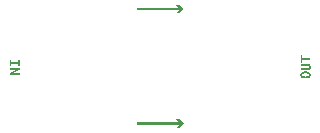
<source format=gbr>
G04 This is an RS-274x file exported by *
G04 gerbv version 2.8.2 *
G04 More information is available about gerbv at *
G04 https://gerbv.github.io/ *
G04 --End of header info--*
%MOIN*%
%FSLAX36Y36*%
%IPPOS*%
G04 --Define apertures--*
%ADD10C,0.0139*%
G04 --Start main section--*
G54D10*
G36*
G01X0088299Y0319699D02*
G01X0093999Y0319699D01*
G01X0093999Y0312199D01*
G01X0117099Y0312199D01*
G01X0117099Y0319699D01*
G01X0122799Y0319699D01*
G01X0122799Y0297899D01*
G01X0117099Y0297899D01*
G01X0117099Y0305399D01*
G01X0093999Y0305399D01*
G01X0093999Y0297899D01*
G01X0088299Y0297899D01*
G01X0088299Y0319699D01*
G01X0088299Y0319699D01*
G37*
G36*
G01X0088299Y0275299D02*
G01X0090299Y0275999D01*
G01X0092199Y0276799D01*
G01X0094099Y0277699D01*
G01X0095999Y0278499D01*
G01X0097799Y0279399D01*
G01X0099699Y0280399D01*
G01X0101599Y0281399D01*
G01X0103499Y0282299D01*
G01X0105399Y0283299D01*
G01X0107299Y0284299D01*
G01X0109199Y0285299D01*
G01X0111099Y0286399D01*
G01X0088299Y0286399D01*
G01X0088299Y0292499D01*
G01X0122799Y0292499D01*
G01X0122799Y0286899D01*
G01X0121899Y0286499D01*
G01X0121099Y0285899D01*
G01X0120199Y0285399D01*
G01X0119299Y0284899D01*
G01X0118399Y0284399D01*
G01X0117499Y0283899D01*
G01X0116499Y0283299D01*
G01X0115599Y0282799D01*
G01X0114699Y0282299D01*
G01X0113699Y0281799D01*
G01X0112799Y0281299D01*
G01X0111799Y0280799D01*
G01X0110799Y0280299D01*
G01X0109899Y0279899D01*
G01X0108999Y0279399D01*
G01X0108099Y0278899D01*
G01X0107199Y0278499D01*
G01X0106299Y0278099D01*
G01X0105299Y0277599D01*
G01X0104499Y0277299D01*
G01X0103699Y0276899D01*
G01X0102999Y0276599D01*
G01X0102199Y0276199D01*
G01X0101499Y0275999D01*
G01X0122599Y0275999D01*
G01X0122599Y0269899D01*
G01X0088299Y0269899D01*
G01X0088299Y0275299D01*
G01X0088299Y0275299D01*
G37*
G36*
G01X1074399Y0256699D02*
G01X1071599Y0256699D01*
G01X1069099Y0256899D01*
G01X1066999Y0257499D01*
G01X1064899Y0257999D01*
G01X1063099Y0258799D01*
G01X1061699Y0259899D01*
G01X1060199Y0260899D01*
G01X1059099Y0262199D01*
G01X1058399Y0263599D01*
G01X1057699Y0265099D01*
G01X1057399Y0266699D01*
G01X1057399Y0268599D01*
G01X1057399Y0270599D01*
G01X1057699Y0272299D01*
G01X1058399Y0273699D01*
G01X1059099Y0275199D01*
G01X1060199Y0276399D01*
G01X1061699Y0277399D01*
G01X1063099Y0278399D01*
G01X1064899Y0279199D01*
G01X1066999Y0279699D01*
G01X1069099Y0280199D01*
G01X1071599Y0280399D01*
G01X1074399Y0280399D01*
G01X1077299Y0280399D01*
G01X1079699Y0280199D01*
G01X1081899Y0279699D01*
G01X1083999Y0279199D01*
G01X1085799Y0278399D01*
G01X1087199Y0277399D01*
G01X1088699Y0276299D01*
G01X1089699Y0275099D01*
G01X1090499Y0273599D01*
G01X1091199Y0272199D01*
G01X1091499Y0270599D01*
G01X1091499Y0268699D01*
G01X1091499Y0266799D01*
G01X1091199Y0265099D01*
G01X1090499Y0263599D01*
G01X1089699Y0262199D01*
G01X1088699Y0260899D01*
G01X1087199Y0259899D01*
G01X1085799Y0258799D01*
G01X1083999Y0257999D01*
G01X1081799Y0257499D01*
G01X1079699Y0256899D01*
G01X1077199Y0256699D01*
G01X1074399Y0256699D01*
G01X1074399Y0256699D01*
G37*
%LPC*%
G36*
G01X1074399Y0263299D02*
G01X1075299Y0263299D01*
G01X1075999Y0263299D01*
G01X1076799Y0263299D01*
G01X1077499Y0263399D01*
G01X1078199Y0263399D01*
G01X1078899Y0263499D01*
G01X1079599Y0263499D01*
G01X1080199Y0263599D01*
G01X1080799Y0263799D01*
G01X1081499Y0263899D01*
G01X1081999Y0263999D01*
G01X1082499Y0264199D01*
G01X1082999Y0264399D01*
G01X1083399Y0264599D01*
G01X1083799Y0264799D01*
G01X1084299Y0265099D01*
G01X1084599Y0265299D01*
G01X1084999Y0265699D01*
G01X1085299Y0265999D01*
G01X1085499Y0266399D01*
G01X1085599Y0266899D01*
G01X1085799Y0267299D01*
G01X1085799Y0267799D01*
G01X1085799Y0268499D01*
G01X1085799Y0268999D01*
G01X1085799Y0269499D01*
G01X1085599Y0269899D01*
G01X1085499Y0270399D01*
G01X1085299Y0270799D01*
G01X1084999Y0271099D01*
G01X1084699Y0271499D01*
G01X1084399Y0271799D01*
G01X1083999Y0271999D01*
G01X1083499Y0272299D01*
G01X1082999Y0272499D01*
G01X1082499Y0272599D01*
G01X1081999Y0272799D01*
G01X1081499Y0272999D01*
G01X1080799Y0273099D01*
G01X1080199Y0273199D01*
G01X1079599Y0273299D01*
G01X1078899Y0273299D01*
G01X1078199Y0273399D01*
G01X1077499Y0273399D01*
G01X1076699Y0273499D01*
G01X1075999Y0273499D01*
G01X1075199Y0273499D01*
G01X1074399Y0273499D01*
G01X1073699Y0273499D01*
G01X1072899Y0273499D01*
G01X1072199Y0273499D01*
G01X1071399Y0273399D01*
G01X1070699Y0273399D01*
G01X1069999Y0273299D01*
G01X1069299Y0273299D01*
G01X1068599Y0273199D01*
G01X1067999Y0272999D01*
G01X1067399Y0272899D01*
G01X1066899Y0272799D01*
G01X1066399Y0272599D01*
G01X1065899Y0272499D01*
G01X1065399Y0272299D01*
G01X1064999Y0271999D01*
G01X1064599Y0271799D01*
G01X1064199Y0271499D01*
G01X1063899Y0271099D01*
G01X1063599Y0270799D01*
G01X1063399Y0270399D01*
G01X1063199Y0269899D01*
G01X1062999Y0269499D01*
G01X1062899Y0268999D01*
G01X1062899Y0268499D01*
G01X1062899Y0267899D01*
G01X1062999Y0267399D01*
G01X1063099Y0266899D01*
G01X1063299Y0266499D01*
G01X1063499Y0265999D01*
G01X1063899Y0265699D01*
G01X1064199Y0265299D01*
G01X1064499Y0265099D01*
G01X1064899Y0264799D01*
G01X1065299Y0264599D01*
G01X1065799Y0264399D01*
G01X1066399Y0264199D01*
G01X1066899Y0263999D01*
G01X1067499Y0263799D01*
G01X1068099Y0263699D01*
G01X1068699Y0263599D01*
G01X1069299Y0263499D01*
G01X1069999Y0263499D01*
G01X1070699Y0263499D01*
G01X1071399Y0263399D01*
G01X1072099Y0263399D01*
G01X1072799Y0263399D01*
G01X1073599Y0263299D01*
G01X1074399Y0263299D01*
G01X1074399Y0263299D01*
G37*
%LPD*%
G36*
G01X1091499Y0294999D02*
G01X1091499Y0293999D01*
G01X1091499Y0292999D01*
G01X1091299Y0292099D01*
G01X1091199Y0291199D01*
G01X1090999Y0290399D01*
G01X1090699Y0289699D01*
G01X1090399Y0288999D01*
G01X1090099Y0288399D01*
G01X1089599Y0287799D01*
G01X1089199Y0287299D01*
G01X1088699Y0286699D01*
G01X1088199Y0286199D01*
G01X1087599Y0285799D01*
G01X1086999Y0285499D01*
G01X1086399Y0285199D01*
G01X1085699Y0284899D01*
G01X1084999Y0284699D01*
G01X1084199Y0284399D01*
G01X1083399Y0284199D01*
G01X1082599Y0284099D01*
G01X1081699Y0283999D01*
G01X1080799Y0283899D01*
G01X1079899Y0283899D01*
G01X1078899Y0283899D01*
G01X1057899Y0283899D01*
G01X1057899Y0290399D01*
G01X1078499Y0290399D01*
G01X1079199Y0290399D01*
G01X1079799Y0290399D01*
G01X1080399Y0290399D01*
G01X1080899Y0290499D01*
G01X1081499Y0290499D01*
G01X1081899Y0290599D01*
G01X1082399Y0290599D01*
G01X1082799Y0290699D01*
G01X1083199Y0290799D01*
G01X1083599Y0290999D01*
G01X1083899Y0291099D01*
G01X1084199Y0291199D01*
G01X1084399Y0291399D01*
G01X1084699Y0291599D01*
G01X1084899Y0291799D01*
G01X1085099Y0292099D01*
G01X1085299Y0292399D01*
G01X1085399Y0292599D01*
G01X1085499Y0292899D01*
G01X1085699Y0293299D01*
G01X1085699Y0293599D01*
G01X1085799Y0293999D01*
G01X1085799Y0294399D01*
G01X1085799Y0294899D01*
G01X1085799Y0295299D01*
G01X1085799Y0295799D01*
G01X1085699Y0296099D01*
G01X1085699Y0296499D01*
G01X1085499Y0296799D01*
G01X1085399Y0297099D01*
G01X1085299Y0297399D01*
G01X1085099Y0297599D01*
G01X1084899Y0297899D01*
G01X1084699Y0298099D01*
G01X1084399Y0298299D01*
G01X1084199Y0298499D01*
G01X1083899Y0298599D01*
G01X1083499Y0298699D01*
G01X1083199Y0298899D01*
G01X1082799Y0298999D01*
G01X1082399Y0299099D01*
G01X1081899Y0299199D01*
G01X1081499Y0299199D01*
G01X1080899Y0299299D01*
G01X1080399Y0299299D01*
G01X1079799Y0299299D01*
G01X1079199Y0299299D01*
G01X1078499Y0299299D01*
G01X1057999Y0299299D01*
G01X1057999Y0305799D01*
G01X1078999Y0305799D01*
G01X1079999Y0305799D01*
G01X1080899Y0305799D01*
G01X1081799Y0305699D01*
G01X1082599Y0305599D01*
G01X1083499Y0305499D01*
G01X1084299Y0305299D01*
G01X1085099Y0305099D01*
G01X1085799Y0304799D01*
G01X1086499Y0304499D01*
G01X1087099Y0304199D01*
G01X1087799Y0303899D01*
G01X1088299Y0303499D01*
G01X1088899Y0303099D01*
G01X1089399Y0302499D01*
G01X1089799Y0301899D01*
G01X1090199Y0301399D01*
G01X1090499Y0300699D01*
G01X1090799Y0299999D01*
G01X1091099Y0299299D01*
G01X1091299Y0298599D01*
G01X1091399Y0297799D01*
G01X1091499Y0296899D01*
G01X1091499Y0295999D01*
G01X1091499Y0294999D01*
G01X1091499Y0294999D01*
G37*
G36*
G01X1057999Y0333499D02*
G01X1063499Y0333499D01*
G01X1063499Y0324899D01*
G01X1090799Y0324899D01*
G01X1090799Y0318299D01*
G01X1063499Y0318299D01*
G01X1063499Y0309699D01*
G01X1057999Y0309699D01*
G01X1057999Y0333499D01*
G01X1057999Y0333499D01*
G37*
G36*
G01X0642199Y0473999D02*
G01X0654199Y0473999D01*
G01X0668299Y0488199D01*
G01X0654199Y0502399D01*
G01X0642199Y0502399D01*
G01X0652899Y0491699D01*
G01X0512799Y0491699D01*
G01X0512799Y0484699D01*
G01X0652899Y0484699D01*
G01X0642199Y0473999D01*
G37*
G36*
G01X0642199Y0120999D02*
G01X0652899Y0110299D01*
G01X0512799Y0110299D01*
G01X0512799Y0103299D01*
G01X0652899Y0103299D01*
G01X0642199Y0092599D01*
G01X0654199Y0092599D01*
G01X0668299Y0106799D01*
G01X0654199Y0120999D01*
G01X0642199Y0120999D01*
G37*
M02*

</source>
